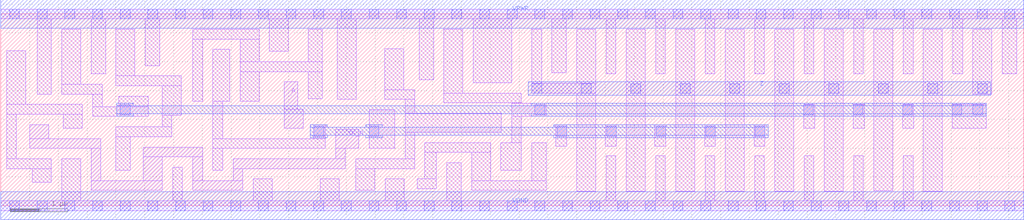
<source format=lef>
# Copyright 2020 The SkyWater PDK Authors
#
# Licensed under the Apache License, Version 2.0 (the "License");
# you may not use this file except in compliance with the License.
# You may obtain a copy of the License at
#
#     https://www.apache.org/licenses/LICENSE-2.0
#
# Unless required by applicable law or agreed to in writing, software
# distributed under the License is distributed on an "AS IS" BASIS,
# WITHOUT WARRANTIES OR CONDITIONS OF ANY KIND, either express or implied.
# See the License for the specific language governing permissions and
# limitations under the License.
#
# SPDX-License-Identifier: Apache-2.0

VERSION 5.5 ;
NAMESCASESENSITIVE ON ;
BUSBITCHARS "[]" ;
DIVIDERCHAR "/" ;
MACRO sky130_fd_sc_lp__busdrivernovlp2_20
  CLASS CORE ;
  SOURCE USER ;
  ORIGIN  0.000000  0.000000 ;
  SIZE  17.76000 BY  3.330000 ;
  SYMMETRY X Y ;
  SITE unit ;
  PIN A
    ANTENNAGATEAREA  1.260000 ;
    USE SIGNAL ;
    PORT
      LAYER li1 ;
        RECT 4.925000 1.345000 5.255000 1.675000 ;
        RECT 4.925000 1.675000 5.155000 2.150000 ;
    END
  END A
  PIN TE_B
    ANTENNAGATEAREA  0.630000 ;
    USE SIGNAL ;
    PORT
      LAYER li1 ;
        RECT 0.505000 0.995000 1.740000 1.165000 ;
        RECT 0.505000 1.165000 0.835000 1.410000 ;
        RECT 1.570000 0.265000 2.805000 0.435000 ;
        RECT 1.570000 0.435000 1.740000 0.995000 ;
        RECT 2.475000 0.435000 2.805000 0.850000 ;
        RECT 2.475000 0.850000 3.505000 1.020000 ;
        RECT 3.335000 0.265000 4.205000 0.435000 ;
        RECT 3.335000 0.435000 3.505000 0.850000 ;
        RECT 4.035000 0.435000 4.205000 0.645000 ;
        RECT 4.035000 0.645000 5.985000 0.815000 ;
        RECT 5.815000 0.815000 5.985000 0.995000 ;
        RECT 5.815000 0.995000 6.215000 1.325000 ;
    END
  END TE_B
  PIN Z
    ANTENNADIFFAREA  4.968000 ;
    USE SIGNAL ;
    PORT
      LAYER met1 ;
        RECT 9.160000 1.920000 17.190000 2.150000 ;
    END
  END Z
  PIN VGND
    DIRECTION INOUT ;
    USE GROUND ;
    PORT
      LAYER met1 ;
        RECT 0.000000 -0.245000 17.760000 0.245000 ;
    END
  END VGND
  PIN VPWR
    DIRECTION INOUT ;
    USE POWER ;
    PORT
      LAYER met1 ;
        RECT 0.000000 3.085000 17.760000 3.575000 ;
    END
  END VPWR
  OBS
    LAYER li1 ;
      RECT  0.000000 -0.085000 17.760000 0.085000 ;
      RECT  0.000000  3.245000 17.760000 3.415000 ;
      RECT  0.100000  0.645000  0.880000 0.815000 ;
      RECT  0.100000  0.815000  0.270000 1.590000 ;
      RECT  0.100000  1.590000  1.415000 1.760000 ;
      RECT  0.100000  1.760000  0.430000 2.695000 ;
      RECT  0.550000  0.405000  0.880000 0.645000 ;
      RECT  0.630000  1.940000  0.880000 3.245000 ;
      RECT  1.060000  0.085000  1.390000 0.815000 ;
      RECT  1.060000  1.940000  1.765000 2.110000 ;
      RECT  1.060000  2.110000  1.390000 3.065000 ;
      RECT  1.085000  1.345000  1.415000 1.590000 ;
      RECT  1.570000  2.290000  1.820000 3.245000 ;
      RECT  1.595000  1.550000  2.565000 1.720000 ;
      RECT  1.595000  1.720000  1.765000 1.940000 ;
      RECT  1.995000  0.615000  2.245000 1.200000 ;
      RECT  1.995000  1.200000  2.970000 1.370000 ;
      RECT  2.000000  2.085000  3.130000 2.255000 ;
      RECT  2.000000  2.255000  2.330000 3.065000 ;
      RECT  2.045000  1.720000  2.565000 1.905000 ;
      RECT  2.510000  2.435000  2.760000 3.245000 ;
      RECT  2.800000  1.370000  2.970000 1.575000 ;
      RECT  2.800000  1.575000  3.130000 2.085000 ;
      RECT  2.985000  0.085000  3.155000 0.670000 ;
      RECT  3.335000  1.815000  3.505000 2.895000 ;
      RECT  3.335000  2.895000  4.485000 3.065000 ;
      RECT  3.685000  0.615000  3.855000 0.995000 ;
      RECT  3.685000  0.995000  5.635000 1.165000 ;
      RECT  3.685000  1.165000  3.855000 1.815000 ;
      RECT  3.685000  1.815000  3.975000 2.715000 ;
      RECT  4.155000  1.815000  4.485000 2.330000 ;
      RECT  4.155000  2.330000  5.585000 2.500000 ;
      RECT  4.155000  2.500000  4.485000 2.895000 ;
      RECT  4.385000  0.085000  4.715000 0.465000 ;
      RECT  4.665000  2.680000  4.995000 3.245000 ;
      RECT  5.335000  1.855000  5.585000 2.330000 ;
      RECT  5.335000  2.500000  5.585000 3.065000 ;
      RECT  5.435000  1.165000  5.635000 1.410000 ;
      RECT  5.545000  0.085000  5.875000 0.465000 ;
      RECT  5.845000  1.845000  6.175000 3.245000 ;
      RECT  6.165000  0.265000  6.495000 0.645000 ;
      RECT  6.165000  0.645000  7.190000 0.815000 ;
      RECT  6.395000  0.995000  6.840000 1.665000 ;
      RECT  6.665000  1.845000  7.190000 2.015000 ;
      RECT  6.665000  2.015000  6.995000 2.725000 ;
      RECT  6.675000  0.085000  7.005000 0.465000 ;
      RECT  7.020000  0.815000  7.190000 1.275000 ;
      RECT  7.020000  1.275000  8.690000 1.605000 ;
      RECT  7.020000  1.605000  7.190000 1.845000 ;
      RECT  7.235000  0.295000  7.565000 0.465000 ;
      RECT  7.265000  2.185000  7.515000 3.245000 ;
      RECT  7.360000  0.465000  7.565000 0.925000 ;
      RECT  7.360000  0.925000  8.505000 1.095000 ;
      RECT  7.695000  1.785000  9.040000 1.955000 ;
      RECT  7.695000  1.955000  8.025000 3.065000 ;
      RECT  7.745000  0.085000  7.995000 0.745000 ;
      RECT  8.175000  0.265000  9.470000 0.435000 ;
      RECT  8.175000  0.435000  8.505000 0.925000 ;
      RECT  8.205000  2.135000  8.875000 3.245000 ;
      RECT  8.685000  0.615000  9.040000 1.095000 ;
      RECT  8.870000  1.095000  9.040000 1.550000 ;
      RECT  8.870000  1.550000  9.475000 1.780000 ;
      RECT  8.870000  1.780000  9.040000 1.785000 ;
      RECT  9.220000  0.435000  9.470000 1.095000 ;
      RECT  9.220000  1.950000 10.330000 2.130000 ;
      RECT  9.220000  2.130000  9.390000 3.065000 ;
      RECT  9.570000  2.310000  9.820000 3.245000 ;
      RECT  9.640000  1.035000  9.830000 1.410000 ;
      RECT 10.000000  0.255000 10.330000 1.950000 ;
      RECT 10.000000  2.130000 10.330000 3.065000 ;
      RECT 10.500000  1.035000 10.690000 1.410000 ;
      RECT 10.510000  0.085000 10.680000 0.865000 ;
      RECT 10.510000  2.290000 10.680000 3.245000 ;
      RECT 10.860000  0.255000 11.190000 3.065000 ;
      RECT 11.360000  1.035000 11.550000 1.410000 ;
      RECT 11.370000  0.085000 11.540000 0.865000 ;
      RECT 11.370000  2.290000 11.540000 3.245000 ;
      RECT 11.720000  0.255000 12.050000 3.065000 ;
      RECT 12.220000  1.035000 12.410000 1.410000 ;
      RECT 12.230000  0.085000 12.400000 0.865000 ;
      RECT 12.230000  2.290000 12.400000 3.245000 ;
      RECT 12.580000  0.255000 12.910000 3.065000 ;
      RECT 13.080000  1.035000 13.270000 1.410000 ;
      RECT 13.090000  0.085000 13.260000 0.865000 ;
      RECT 13.090000  2.290000 13.260000 3.245000 ;
      RECT 13.440000  0.255000 13.770000 3.065000 ;
      RECT 13.940000  1.345000 14.130000 1.760000 ;
      RECT 13.950000  0.085000 14.120000 0.865000 ;
      RECT 13.950000  2.290000 14.120000 3.245000 ;
      RECT 14.300000  0.255000 14.630000 3.065000 ;
      RECT 14.800000  1.345000 14.990000 1.760000 ;
      RECT 14.810000  0.085000 14.980000 0.865000 ;
      RECT 14.810000  2.290000 14.980000 3.245000 ;
      RECT 15.160000  0.260000 15.490000 3.065000 ;
      RECT 15.660000  1.345000 15.850000 1.760000 ;
      RECT 15.670000  0.085000 15.840000 0.865000 ;
      RECT 15.670000  2.290000 15.840000 3.245000 ;
      RECT 16.020000  0.255000 16.350000 3.065000 ;
      RECT 16.520000  1.345000 17.110000 1.760000 ;
      RECT 16.530000  2.290000 16.700000 3.245000 ;
      RECT 16.880000  1.940000 17.210000 3.065000 ;
      RECT 17.390000  2.290000 17.640000 3.245000 ;
    LAYER mcon ;
      RECT  0.155000 -0.085000  0.325000 0.085000 ;
      RECT  0.155000  3.245000  0.325000 3.415000 ;
      RECT  0.635000 -0.085000  0.805000 0.085000 ;
      RECT  0.635000  3.245000  0.805000 3.415000 ;
      RECT  1.115000 -0.085000  1.285000 0.085000 ;
      RECT  1.115000  3.245000  1.285000 3.415000 ;
      RECT  1.595000 -0.085000  1.765000 0.085000 ;
      RECT  1.595000  3.245000  1.765000 3.415000 ;
      RECT  2.075000 -0.085000  2.245000 0.085000 ;
      RECT  2.075000  1.580000  2.245000 1.750000 ;
      RECT  2.075000  3.245000  2.245000 3.415000 ;
      RECT  2.555000 -0.085000  2.725000 0.085000 ;
      RECT  2.555000  3.245000  2.725000 3.415000 ;
      RECT  3.035000 -0.085000  3.205000 0.085000 ;
      RECT  3.035000  3.245000  3.205000 3.415000 ;
      RECT  3.515000 -0.085000  3.685000 0.085000 ;
      RECT  3.515000  3.245000  3.685000 3.415000 ;
      RECT  3.995000 -0.085000  4.165000 0.085000 ;
      RECT  3.995000  3.245000  4.165000 3.415000 ;
      RECT  4.475000 -0.085000  4.645000 0.085000 ;
      RECT  4.475000  3.245000  4.645000 3.415000 ;
      RECT  4.955000 -0.085000  5.125000 0.085000 ;
      RECT  4.955000  3.245000  5.125000 3.415000 ;
      RECT  5.435000 -0.085000  5.605000 0.085000 ;
      RECT  5.435000  1.210000  5.605000 1.380000 ;
      RECT  5.435000  3.245000  5.605000 3.415000 ;
      RECT  5.915000 -0.085000  6.085000 0.085000 ;
      RECT  5.915000  3.245000  6.085000 3.415000 ;
      RECT  6.395000 -0.085000  6.565000 0.085000 ;
      RECT  6.395000  1.210000  6.565000 1.380000 ;
      RECT  6.395000  3.245000  6.565000 3.415000 ;
      RECT  6.875000 -0.085000  7.045000 0.085000 ;
      RECT  6.875000  3.245000  7.045000 3.415000 ;
      RECT  7.355000 -0.085000  7.525000 0.085000 ;
      RECT  7.355000  3.245000  7.525000 3.415000 ;
      RECT  7.835000 -0.085000  8.005000 0.085000 ;
      RECT  7.835000  3.245000  8.005000 3.415000 ;
      RECT  8.315000 -0.085000  8.485000 0.085000 ;
      RECT  8.315000  3.245000  8.485000 3.415000 ;
      RECT  8.795000 -0.085000  8.965000 0.085000 ;
      RECT  8.795000  3.245000  8.965000 3.415000 ;
      RECT  9.220000  1.950000  9.390000 2.120000 ;
      RECT  9.275000 -0.085000  9.445000 0.085000 ;
      RECT  9.275000  1.580000  9.445000 1.750000 ;
      RECT  9.275000  3.245000  9.445000 3.415000 ;
      RECT  9.660000  1.210000  9.830000 1.380000 ;
      RECT  9.755000 -0.085000  9.925000 0.085000 ;
      RECT  9.755000  3.245000  9.925000 3.415000 ;
      RECT 10.080000  1.950000 10.250000 2.120000 ;
      RECT 10.235000 -0.085000 10.405000 0.085000 ;
      RECT 10.235000  3.245000 10.405000 3.415000 ;
      RECT 10.520000  1.210000 10.690000 1.380000 ;
      RECT 10.715000 -0.085000 10.885000 0.085000 ;
      RECT 10.715000  3.245000 10.885000 3.415000 ;
      RECT 10.940000  1.950000 11.110000 2.120000 ;
      RECT 11.195000 -0.085000 11.365000 0.085000 ;
      RECT 11.195000  3.245000 11.365000 3.415000 ;
      RECT 11.380000  1.210000 11.550000 1.380000 ;
      RECT 11.675000 -0.085000 11.845000 0.085000 ;
      RECT 11.675000  3.245000 11.845000 3.415000 ;
      RECT 11.800000  1.950000 11.970000 2.120000 ;
      RECT 12.155000 -0.085000 12.325000 0.085000 ;
      RECT 12.155000  3.245000 12.325000 3.415000 ;
      RECT 12.240000  1.210000 12.410000 1.380000 ;
      RECT 12.635000 -0.085000 12.805000 0.085000 ;
      RECT 12.635000  3.245000 12.805000 3.415000 ;
      RECT 12.660000  1.950000 12.830000 2.120000 ;
      RECT 13.100000  1.210000 13.270000 1.380000 ;
      RECT 13.115000 -0.085000 13.285000 0.085000 ;
      RECT 13.115000  3.245000 13.285000 3.415000 ;
      RECT 13.520000  1.950000 13.690000 2.120000 ;
      RECT 13.595000 -0.085000 13.765000 0.085000 ;
      RECT 13.595000  3.245000 13.765000 3.415000 ;
      RECT 13.940000  1.580000 14.110000 1.750000 ;
      RECT 14.075000 -0.085000 14.245000 0.085000 ;
      RECT 14.075000  3.245000 14.245000 3.415000 ;
      RECT 14.380000  1.950000 14.550000 2.120000 ;
      RECT 14.555000 -0.085000 14.725000 0.085000 ;
      RECT 14.555000  3.245000 14.725000 3.415000 ;
      RECT 14.800000  1.580000 14.970000 1.750000 ;
      RECT 15.035000 -0.085000 15.205000 0.085000 ;
      RECT 15.035000  3.245000 15.205000 3.415000 ;
      RECT 15.240000  1.950000 15.410000 2.120000 ;
      RECT 15.515000 -0.085000 15.685000 0.085000 ;
      RECT 15.515000  3.245000 15.685000 3.415000 ;
      RECT 15.660000  1.580000 15.830000 1.750000 ;
      RECT 15.995000 -0.085000 16.165000 0.085000 ;
      RECT 15.995000  3.245000 16.165000 3.415000 ;
      RECT 16.100000  1.950000 16.270000 2.120000 ;
      RECT 16.475000 -0.085000 16.645000 0.085000 ;
      RECT 16.475000  3.245000 16.645000 3.415000 ;
      RECT 16.520000  1.580000 16.690000 1.750000 ;
      RECT 16.880000  1.580000 17.050000 1.750000 ;
      RECT 16.955000 -0.085000 17.125000 0.085000 ;
      RECT 16.955000  3.245000 17.125000 3.415000 ;
      RECT 16.960000  1.950000 17.130000 2.120000 ;
      RECT 17.435000 -0.085000 17.605000 0.085000 ;
      RECT 17.435000  3.245000 17.605000 3.415000 ;
    LAYER met1 ;
      RECT 2.015000 1.550000  2.305000 1.595000 ;
      RECT 2.015000 1.595000 17.110000 1.735000 ;
      RECT 2.015000 1.735000  2.305000 1.780000 ;
      RECT 5.375000 1.180000  5.665000 1.225000 ;
      RECT 5.375000 1.225000 13.330000 1.365000 ;
      RECT 5.375000 1.365000  5.665000 1.410000 ;
      RECT 6.335000 1.180000  6.625000 1.225000 ;
      RECT 6.335000 1.365000  6.625000 1.410000 ;
      RECT 9.215000 1.550000 17.110000 1.595000 ;
      RECT 9.215000 1.735000 17.110000 1.780000 ;
      RECT 9.600000 1.180000 13.330000 1.225000 ;
      RECT 9.600000 1.365000 13.330000 1.410000 ;
  END
END sky130_fd_sc_lp__busdrivernovlp2_20

</source>
